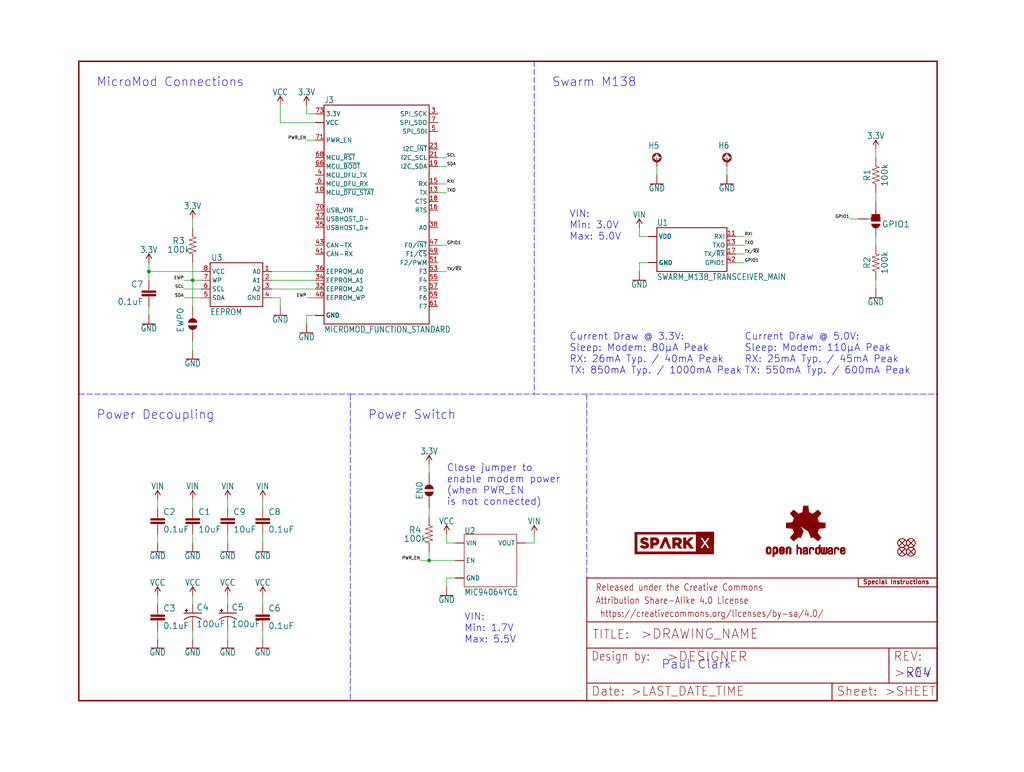
<source format=kicad_sch>
(kicad_sch (version 20211123) (generator eeschema)
  (paper "User" 297.002 223.926)
  (lib_symbols
    (symbol "eagleSchem-eagle-import:0.1UF-0603-25V-5%"
      (property "Reference" "C" (at 1.524 2.921 0))
      (property "Value" "0.1UF-0603-25V-5%" (at 1.524 -2.159 0))
      (symbol "0.1UF-0603-25V-5%_1_0"
        (pin passive line (at 0 5.08 270) (length 2.54) (name "1") (number "1"))
        (pin passive line (at 0 -2.54 90) (length 2.54) (name "2") (number "2"))
      )
    )
    (symbol "eagleSchem-eagle-import:100KOHM-0603-1{slash}10W-1%"
      (property "Reference" "R" (at 0 1.524 0))
      (property "Value" "100KOHM-0603-1{slash}10W-1%" (at 0 -1.524 0))
      (symbol "100KOHM-0603-1{slash}10W-1%_1_0"
        (pin passive line (at -5.08 0 0) (length 2.54) (name "1") (number "1"))
        (pin passive line (at 5.08 0 180) (length 2.54) (name "2") (number "2"))
      )
    )
    (symbol "eagleSchem-eagle-import:100UF-POLAR-EIA3528-10V-20%(TANT)"
      (property "Reference" "C" (at 1.016 0.635 0))
      (property "Value" "100UF-POLAR-EIA3528-10V-20%(TANT)" (at 1.016 -4.191 0))
      (symbol "100UF-POLAR-EIA3528-10V-20%(TANT)_1_0"
        (pin passive line (at 0 2.54 270) (length 2.54) (name "+") (number "A"))
        (pin passive line (at 0 -5.08 90) (length 2.54) (name "-") (number "C"))
      )
    )
    (symbol "eagleSchem-eagle-import:10UF-0603-6.3V-20%"
      (property "Reference" "C" (at 1.524 2.921 0))
      (property "Value" "10UF-0603-6.3V-20%" (at 1.524 -2.159 0))
      (symbol "10UF-0603-6.3V-20%_1_0"
        (pin passive line (at 0 5.08 270) (length 2.54) (name "1") (number "1"))
        (pin passive line (at 0 -2.54 90) (length 2.54) (name "2") (number "2"))
      )
    )
    (symbol "eagleSchem-eagle-import:3.3V" (power)
      (property "Value" "3.3V" (at 0 2.794 0))
      (symbol "3.3V_1_0"
        (pin power_in line (at 0 0 90) (length 2.54) (name "3.3V") (number "1"))
      )
    )
    (symbol "eagleSchem-eagle-import:EEPROM-I2C512K"
      (property "Reference" "U" (at -7.62 8.382 0))
      (property "Value" "EEPROM-I2C512K" (at -7.62 -7.62 0))
      (symbol "EEPROM-I2C512K_1_0"
        (pin bidirectional line (at -10.16 5.08 0) (length 2.54) (name "A0") (number "1"))
        (pin bidirectional line (at -10.16 2.54 0) (length 2.54) (name "A1") (number "2"))
        (pin bidirectional line (at -10.16 0 0) (length 2.54) (name "A2") (number "3"))
        (pin power_in line (at -10.16 -2.54 0) (length 2.54) (name "GND") (number "4"))
        (pin bidirectional line (at 10.16 -2.54 180) (length 2.54) (name "SDA") (number "5"))
        (pin bidirectional line (at 10.16 0 180) (length 2.54) (name "SCL") (number "6"))
        (pin bidirectional line (at 10.16 2.54 180) (length 2.54) (name "WP") (number "7"))
        (pin power_in line (at 10.16 5.08 180) (length 2.54) (name "VCC") (number "8"))
      )
    )
    (symbol "eagleSchem-eagle-import:FIDUCIAL1X2")
    (symbol "eagleSchem-eagle-import:FRAME-LETTER"
      (symbol "FRAME-LETTER_2_0"
        (text " https://creativecommons.org/licenses/by-sa/4.0/" (at 2.54 24.13 0) (effects (font (size 1.9304 1.6408)) (justify left bottom)))
        (text ">DESIGNER" (at 23.114 11.176 0) (effects (font (size 2.7432 2.7432)) (justify left bottom)))
        (text ">DRAWING_NAME" (at 15.494 17.78 0) (effects (font (size 2.7432 2.7432)) (justify left bottom)))
        (text ">LAST_DATE_TIME" (at 12.7 1.27 0) (effects (font (size 2.54 2.54)) (justify left bottom)))
        (text ">REV" (at 88.9 6.604 0) (effects (font (size 2.7432 2.7432)) (justify left bottom)))
        (text ">SHEET" (at 86.36 1.27 0) (effects (font (size 2.54 2.54)) (justify left bottom)))
        (text "Attribution Share-Alike 4.0 License" (at 2.54 27.94 0) (effects (font (size 1.9304 1.6408)) (justify left bottom)))
        (text "Date:" (at 1.27 1.27 0) (effects (font (size 2.54 2.54)) (justify left bottom)))
        (text "Design by:" (at 1.27 11.43 0) (effects (font (size 2.54 2.159)) (justify left bottom)))
        (text "Released under the Creative Commons" (at 2.54 31.75 0) (effects (font (size 1.9304 1.6408)) (justify left bottom)))
        (text "REV:" (at 88.9 11.43 0) (effects (font (size 2.54 2.54)) (justify left bottom)))
        (text "Sheet:" (at 72.39 1.27 0) (effects (font (size 2.54 2.54)) (justify left bottom)))
        (text "TITLE:" (at 1.524 17.78 0) (effects (font (size 2.54 2.54)) (justify left bottom)))
      )
    )
    (symbol "eagleSchem-eagle-import:GND" (power)
      (property "Value" "GND" (at 0 -0.254 0))
      (symbol "GND_1_0"
        (pin power_in line (at 0 2.54 270) (length 2.54) (name "GND") (number "1"))
      )
    )
    (symbol "eagleSchem-eagle-import:JUMPER-SMT_2_NO_SILK"
      (property "Reference" "JP" (at 0 2.794 0))
      (property "Value" "JUMPER-SMT_2_NO_SILK" (at 0 -2.794 0))
      (symbol "JUMPER-SMT_2_NO_SILK_1_0"
        (pin passive line (at -5.08 0 0) (length 2.54) (name "1") (number "1"))
        (pin passive line (at 5.08 0 180) (length 2.54) (name "2") (number "2"))
      )
    )
    (symbol "eagleSchem-eagle-import:JUMPER-SMT_3_1-NC_TRACE_SILK"
      (property "Reference" "JP" (at 5.842 1.524 0))
      (property "Value" "JUMPER-SMT_3_1-NC_TRACE_SILK" (at 6.604 -1.27 0))
      (symbol "JUMPER-SMT_3_1-NC_TRACE_SILK_1_0"
        (pin passive line (at 0 5.08 270) (length 2.54) (name "1") (number "1"))
        (pin passive line (at -5.08 0 0) (length 2.54) (name "2") (number "2"))
        (pin passive line (at 0 -5.08 90) (length 2.54) (name "3") (number "3"))
      )
    )
    (symbol "eagleSchem-eagle-import:MIC94064{slash}5_MIC94064YC6"
      (property "Value" "MIC94064{slash}5_MIC94064YC6" (at -7.62 -10.16 0))
      (symbol "MIC94064{slash}5_MIC94064YC6_1_0"
        (pin power_in line (at 10.16 5.08 180) (length 2.54) (name "VOUT") (number "1"))
        (pin power_in line (at -10.16 -5.08 0) (length 2.54) (name "GND") (number "2"))
        (pin input line (at -10.16 0 0) (length 2.54) (name "EN") (number "3"))
        (pin power_in line (at -10.16 5.08 0) (length 2.54) (name "VIN") (number "4"))
        (pin power_in line (at -10.16 -5.08 0) (length 2.54) (name "GND") (number "5"))
      )
    )
    (symbol "eagleSchem-eagle-import:MICROMOD_FUNCTION_STANDARD"
      (property "Reference" "J" (at -15.24 28.448 0))
      (property "Value" "MICROMOD_FUNCTION_STANDARD" (at -15.24 -38.1 0))
      (symbol "MICROMOD_FUNCTION_STANDARD_1_0"
        (pin bidirectional line (at -17.78 -33.02 0) (length 2.54) (name "GND") (number "1"))
        (pin bidirectional line (at -17.78 2.54 0) (length 2.54) (name "MCU_~{DFU_STAT}") (number "10"))
        (pin bidirectional line (at 17.78 2.54 180) (length 2.54) (name "TX") (number "13"))
        (pin bidirectional line (at 17.78 5.08 180) (length 2.54) (name "RX") (number "15"))
        (pin bidirectional line (at 17.78 -2.54 180) (length 2.54) (name "RTS") (number "16"))
        (pin bidirectional line (at 17.78 0 180) (length 2.54) (name "CTS") (number "18"))
        (pin bidirectional line (at 17.78 10.16 180) (length 2.54) (name "I2C_SDA") (number "19"))
        (pin bidirectional line (at -17.78 -33.02 0) (length 2.54) (name "GND") (number "2"))
        (pin bidirectional line (at 17.78 12.7 180) (length 2.54) (name "I2C_SCL") (number "21"))
        (pin bidirectional line (at 17.78 15.24 180) (length 2.54) (name "I2C_~{INT}") (number "23"))
        (pin bidirectional line (at 17.78 25.4 180) (length 2.54) (name "SPI_SCK") (number "3"))
        (pin bidirectional line (at -17.78 -25.4 0) (length 2.54) (name "EEPROM_A2") (number "32"))
        (pin bidirectional line (at -17.78 -33.02 0) (length 2.54) (name "GND") (number "33"))
        (pin bidirectional line (at -17.78 -22.86 0) (length 2.54) (name "EEPROM_A1") (number "34"))
        (pin bidirectional line (at -17.78 -7.62 0) (length 2.54) (name "USBHOST_D+") (number "35"))
        (pin bidirectional line (at -17.78 -20.32 0) (length 2.54) (name "EEPROM_A0") (number "36"))
        (pin bidirectional line (at -17.78 -5.08 0) (length 2.54) (name "USBHOST_D-") (number "37"))
        (pin bidirectional line (at 17.78 -7.62 180) (length 2.54) (name "A0") (number "38"))
        (pin bidirectional line (at -17.78 -33.02 0) (length 2.54) (name "GND") (number "39"))
        (pin bidirectional line (at -17.78 7.62 0) (length 2.54) (name "MCU_DFU_TX") (number "4"))
        (pin bidirectional line (at -17.78 -27.94 0) (length 2.54) (name "EEPROM_WP") (number "40"))
        (pin bidirectional line (at -17.78 -15.24 0) (length 2.54) (name "CAN-RX") (number "41"))
        (pin bidirectional line (at -17.78 -12.7 0) (length 2.54) (name "CAN-TX") (number "43"))
        (pin bidirectional line (at -17.78 -33.02 0) (length 2.54) (name "GND") (number "45"))
        (pin bidirectional line (at 17.78 -12.7 180) (length 2.54) (name "F0/~{INT}") (number "47"))
        (pin bidirectional line (at 17.78 -15.24 180) (length 2.54) (name "F1/~{CS}") (number "49"))
        (pin bidirectional line (at 17.78 20.32 180) (length 2.54) (name "SPI_SDI") (number "5"))
        (pin bidirectional line (at 17.78 -17.78 180) (length 2.54) (name "F2/PWM") (number "51"))
        (pin bidirectional line (at 17.78 -20.32 180) (length 2.54) (name "F3") (number "53"))
        (pin bidirectional line (at 17.78 -22.86 180) (length 2.54) (name "F4") (number "55"))
        (pin bidirectional line (at 17.78 -25.4 180) (length 2.54) (name "F5") (number "57"))
        (pin bidirectional line (at 17.78 -27.94 180) (length 2.54) (name "F6") (number "59"))
        (pin bidirectional line (at -17.78 5.08 0) (length 2.54) (name "MCU_DFU_RX") (number "6"))
        (pin bidirectional line (at 17.78 -30.48 180) (length 2.54) (name "F7") (number "61"))
        (pin bidirectional line (at -17.78 10.16 0) (length 2.54) (name "MCU_~{BOOT}") (number "66"))
        (pin bidirectional line (at -17.78 12.7 0) (length 2.54) (name "MCU_~{RST}") (number "68"))
        (pin bidirectional line (at 17.78 22.86 180) (length 2.54) (name "SPI_SDO") (number "7"))
        (pin bidirectional line (at -17.78 -2.54 0) (length 2.54) (name "USB_VIN") (number "70"))
        (pin bidirectional line (at -17.78 17.78 0) (length 2.54) (name "PWR_EN") (number "71"))
        (pin bidirectional line (at -17.78 22.86 0) (length 2.54) (name "VCC") (number "72"))
        (pin bidirectional line (at -17.78 25.4 0) (length 2.54) (name "3.3V") (number "73"))
        (pin bidirectional line (at -17.78 22.86 0) (length 2.54) (name "VCC") (number "74"))
        (pin bidirectional line (at -17.78 -33.02 0) (length 2.54) (name "GND") (number "75"))
        (pin bidirectional line (at -17.78 -33.02 0) (length 2.54) (name "GND") (number "8"))
        (pin bidirectional line (at -17.78 -33.02 0) (length 2.54) (name "GND") (number "GND1"))
        (pin bidirectional line (at -17.78 -33.02 0) (length 2.54) (name "GND") (number "GND2"))
        (pin bidirectional line (at -17.78 -33.02 0) (length 2.54) (name "GND") (number "GND3"))
        (pin bidirectional line (at -17.78 -33.02 0) (length 2.54) (name "GND") (number "GND4"))
        (pin bidirectional line (at -17.78 -33.02 0) (length 2.54) (name "GND") (number "GND5"))
        (pin bidirectional line (at -17.78 -33.02 0) (length 2.54) (name "GND") (number "GND6"))
      )
    )
    (symbol "eagleSchem-eagle-import:OSHW-LOGOS")
    (symbol "eagleSchem-eagle-import:SPARKX-LOGO5")
    (symbol "eagleSchem-eagle-import:SPECIAL_INSTRUCTIONS-ORDERING"
      (symbol "SPECIAL_INSTRUCTIONS-ORDERING_1_0"
        (text "Special Instructions" (at 1.27 0.6985 0) (effects (font (size 1.27 1.27) (thickness 0.254) bold) (justify left bottom)))
      )
    )
    (symbol "eagleSchem-eagle-import:STAND-OFF-REFLOW-M2.5_1.5MM_TALL"
      (property "Reference" "H" (at -2.54 2.54 0))
      (property "Value" "STAND-OFF-REFLOW-M2.5_1.5MM_TALL" (at 2.54 0 0))
      (symbol "STAND-OFF-REFLOW-M2.5_1.5MM_TALL_1_0"
        (pin bidirectional line (at 0 -2.54 90) (length 2.54) (name "1") (number "1"))
      )
    )
    (symbol "eagleSchem-eagle-import:SWARM_M138_TRANSCEIVER_MAIN"
      (property "Reference" "U" (at -10.16 8.128 0))
      (property "Value" "SWARM_M138_TRANSCEIVER_MAIN" (at -10.16 -7.62 0))
      (symbol "SWARM_M138_TRANSCEIVER_MAIN_1_0"
        (pin input line (at 12.7 5.08 180) (length 2.54) (name "RXI") (number "11"))
        (pin output line (at 12.7 2.54 180) (length 2.54) (name "TXO") (number "13"))
        (pin power_in line (at -12.7 -2.54 0) (length 2.54) (name "GND") (number "15"))
        (pin output line (at 12.7 0 180) (length 2.54) (name "TX/~{RX}") (number "17"))
        (pin power_in line (at -12.7 -2.54 0) (length 2.54) (name "GND") (number "18"))
        (pin power_in line (at -12.7 5.08 0) (length 2.54) (name "VDD") (number "2"))
        (pin power_in line (at -12.7 -2.54 0) (length 2.54) (name "GND") (number "21"))
        (pin power_in line (at -12.7 -2.54 0) (length 2.54) (name "GND") (number "26"))
        (pin power_in line (at -12.7 -2.54 0) (length 2.54) (name "GND") (number "27"))
        (pin power_in line (at -12.7 -2.54 0) (length 2.54) (name "GND") (number "29"))
        (pin power_in line (at -12.7 -2.54 0) (length 2.54) (name "GND") (number "34"))
        (pin power_in line (at -12.7 -2.54 0) (length 2.54) (name "GND") (number "35"))
        (pin power_in line (at -12.7 -2.54 0) (length 2.54) (name "GND") (number "37"))
        (pin power_in line (at -12.7 5.08 0) (length 2.54) (name "VDD") (number "39"))
        (pin power_in line (at -12.7 -2.54 0) (length 2.54) (name "GND") (number "4"))
        (pin power_in line (at -12.7 -2.54 0) (length 2.54) (name "GND") (number "40"))
        (pin power_in line (at -12.7 5.08 0) (length 2.54) (name "VDD") (number "41"))
        (pin bidirectional line (at 12.7 -2.54 180) (length 2.54) (name "GPIO1") (number "42"))
        (pin power_in line (at -12.7 -2.54 0) (length 2.54) (name "GND") (number "43"))
        (pin power_in line (at -12.7 -2.54 0) (length 2.54) (name "GND") (number "50"))
        (pin power_in line (at -12.7 5.08 0) (length 2.54) (name "VDD") (number "52"))
        (pin power_in line (at -12.7 -2.54 0) (length 2.54) (name "GND") (number "9"))
        (pin power_in line (at -12.7 -2.54 0) (length 2.54) (name "GND") (number "A1"))
        (pin power_in line (at -12.7 -2.54 0) (length 2.54) (name "GND") (number "A2"))
      )
    )
    (symbol "eagleSchem-eagle-import:VCC" (power)
      (property "Value" "VCC" (at 0 2.794 0))
      (symbol "VCC_1_0"
        (pin power_in line (at 0 0 90) (length 2.54) (name "VCC") (number "1"))
      )
    )
    (symbol "eagleSchem-eagle-import:VIN" (power)
      (property "Value" "VIN" (at 0 2.794 0))
      (symbol "VIN_1_0"
        (pin power_in line (at 0 0 90) (length 2.54) (name "VIN") (number "1"))
      )
    )
  )
  (junction (at 124.46 162.56))
  (junction (at 43.18 78.74))
  (junction (at 55.88 81.28))
  (wire (pts (xy 81.28 86.36) (xy 81.28 88.9)))
  (wire (pts (xy 124.46 162.56) (xy 121.92 162.56)))
  (wire (pts (xy 45.72 182.88) (xy 45.72 185.42)))
  (wire (pts (xy 124.46 160.02) (xy 124.46 162.56)))
  (wire (pts (xy 124.46 149.86) (xy 124.46 147.32)))
  (polyline (pts (xy 154.94 114.3) (xy 271.78 114.3)))
  (wire (pts (xy 254 58.42) (xy 254 55.88)))
  (wire (pts (xy 129.54 78.74) (xy 127 78.74)))
  (wire (pts (xy 76.2 185.42) (xy 76.2 182.88)))
  (wire (pts (xy 187.96 68.58) (xy 185.42 68.58)))
  (wire (pts (xy 213.36 76.2) (xy 215.9 76.2)))
  (wire (pts (xy 88.9 33.02) (xy 88.9 30.48)))
  (wire (pts (xy 129.54 71.12) (xy 127 71.12)))
  (wire (pts (xy 45.72 147.32) (xy 45.72 144.78)))
  (wire (pts (xy 210.82 48.26) (xy 210.82 50.8)))
  (wire (pts (xy 254 45.72) (xy 254 43.18)))
  (polyline (pts (xy 22.86 114.3) (xy 101.6 114.3)))
  (wire (pts (xy 129.54 53.34) (xy 127 53.34)))
  (wire (pts (xy 132.08 162.56) (xy 124.46 162.56)))
  (wire (pts (xy 91.44 35.56) (xy 81.28 35.56)))
  (wire (pts (xy 213.36 71.12) (xy 215.9 71.12)))
  (wire (pts (xy 43.18 91.44) (xy 43.18 88.9)))
  (wire (pts (xy 66.04 157.48) (xy 66.04 154.94)))
  (wire (pts (xy 91.44 91.44) (xy 88.9 91.44)))
  (wire (pts (xy 55.88 76.2) (xy 55.88 81.28)))
  (wire (pts (xy 154.94 157.48) (xy 154.94 154.94)))
  (wire (pts (xy 254 81.28) (xy 254 83.82)))
  (wire (pts (xy 58.42 83.82) (xy 53.34 83.82)))
  (wire (pts (xy 55.88 157.48) (xy 55.88 154.94)))
  (wire (pts (xy 78.74 83.82) (xy 91.44 83.82)))
  (wire (pts (xy 55.88 185.42) (xy 55.88 182.88)))
  (wire (pts (xy 213.36 73.66) (xy 215.9 73.66)))
  (wire (pts (xy 78.74 86.36) (xy 81.28 86.36)))
  (wire (pts (xy 129.54 48.26) (xy 127 48.26)))
  (wire (pts (xy 66.04 175.26) (xy 66.04 172.72)))
  (wire (pts (xy 129.54 157.48) (xy 132.08 157.48)))
  (wire (pts (xy 66.04 147.32) (xy 66.04 144.78)))
  (wire (pts (xy 45.72 175.26) (xy 45.72 172.72)))
  (wire (pts (xy 129.54 55.88) (xy 127 55.88)))
  (wire (pts (xy 66.04 182.88) (xy 66.04 185.42)))
  (wire (pts (xy 88.9 91.44) (xy 88.9 93.98)))
  (wire (pts (xy 185.42 76.2) (xy 185.42 78.74)))
  (wire (pts (xy 58.42 86.36) (xy 53.34 86.36)))
  (wire (pts (xy 55.88 88.9) (xy 55.88 81.28)))
  (wire (pts (xy 91.44 86.36) (xy 88.9 86.36)))
  (wire (pts (xy 132.08 167.64) (xy 129.54 167.64)))
  (wire (pts (xy 129.54 45.72) (xy 127 45.72)))
  (wire (pts (xy 124.46 137.16) (xy 124.46 134.62)))
  (wire (pts (xy 91.44 33.02) (xy 88.9 33.02)))
  (wire (pts (xy 45.72 157.48) (xy 45.72 154.94)))
  (polyline (pts (xy 170.18 114.3) (xy 170.18 167.64)))
  (polyline (pts (xy 101.6 114.3) (xy 101.6 203.2)))
  (wire (pts (xy 43.18 81.28) (xy 43.18 78.74)))
  (wire (pts (xy 254 68.58) (xy 254 71.12)))
  (wire (pts (xy 55.88 63.5) (xy 55.88 66.04)))
  (wire (pts (xy 187.96 76.2) (xy 185.42 76.2)))
  (wire (pts (xy 55.88 147.32) (xy 55.88 144.78)))
  (wire (pts (xy 43.18 78.74) (xy 58.42 78.74)))
  (wire (pts (xy 190.5 48.26) (xy 190.5 50.8)))
  (wire (pts (xy 55.88 81.28) (xy 53.34 81.28)))
  (wire (pts (xy 185.42 68.58) (xy 185.42 66.04)))
  (wire (pts (xy 81.28 35.56) (xy 81.28 30.48)))
  (wire (pts (xy 213.36 68.58) (xy 215.9 68.58)))
  (wire (pts (xy 76.2 147.32) (xy 76.2 144.78)))
  (wire (pts (xy 248.92 63.5) (xy 246.38 63.5)))
  (polyline (pts (xy 154.94 17.78) (xy 154.94 114.3)))
  (wire (pts (xy 55.88 101.6) (xy 55.88 99.06)))
  (wire (pts (xy 129.54 167.64) (xy 129.54 170.18)))
  (polyline (pts (xy 101.6 114.3) (xy 154.94 114.3)))
  (wire (pts (xy 78.74 81.28) (xy 91.44 81.28)))
  (wire (pts (xy 43.18 78.74) (xy 43.18 76.2)))
  (wire (pts (xy 58.42 81.28) (xy 55.88 81.28)))
  (wire (pts (xy 76.2 175.26) (xy 76.2 172.72)))
  (wire (pts (xy 152.4 157.48) (xy 154.94 157.48)))
  (wire (pts (xy 78.74 78.74) (xy 91.44 78.74)))
  (wire (pts (xy 55.88 172.72) (xy 55.88 175.26)))
  (wire (pts (xy 91.44 40.64) (xy 88.9 40.64)))
  (wire (pts (xy 76.2 157.48) (xy 76.2 154.94)))
  (wire (pts (xy 129.54 154.94) (xy 129.54 157.48)))
  (text "Power Switch" (at 106.68 121.92 180) (effects (font (size 2.54 2.54)) (justify left bottom)))
  (text "Paul Clark" (at 191.77 194.31 180) (effects (font (size 2.54 2.54)) (justify left bottom)))
  (text "Power Decoupling" (at 27.94 121.92 180) (effects (font (size 2.54 2.54)) (justify left bottom)))
  (text "VIN:\nMin: 1.7V\nMax: 5.5V" (at 134.62 177.8 180) (effects (font (size 2.032 2.032)) (justify left top)))
  (text "Close jumper to\nenable modem power\n(when PWR_EN\nis not connected)" (at 129.54 134.62 180) (effects (font (size 2.032 2.032)) (justify left top)))
  (text "VIN:\nMin: 3.0V\nMax: 5.0V" (at 165.1 60.96 180) (effects (font (size 2.032 2.032)) (justify left top)))
  (text "Current Draw @ 3.3V:\nSleep: Modem: 80µA Peak\nRX: 26mA Typ. / 40mA Peak\nTX: 850mA Typ. / 1000mA Peak" (at 165.1 96.52 180) (effects (font (size 2.032 2.032)) (justify left top)))
  (text "Current Draw @ 5.0V:\nSleep: Modem: 110µA Peak\nRX: 25mA Typ. / 45mA Peak\nTX: 550mA Typ. / 600mA Peak" (at 215.9 96.52 180) (effects (font (size 2.032 2.032)) (justify left top)))
  (text "Swarm M138" (at 160.02 25.4 180) (effects (font (size 2.54 2.54)) (justify left bottom)))
  (text "MicroMod Connections" (at 27.94 25.4 180) (effects (font (size 2.54 2.54)) (justify left bottom)))
  (text "x04" (at 262.89 196.85 180) (effects (font (size 2.54 2.54)) (justify left bottom)))
  (label "PWR_EN" (at 88.9 40.64 180) (effects (font (size 0.889 0.889))))
  (label "GPIO1" (at 129.54 71.12 0) (effects (font (size 0.889 0.889))))
  (label "EWP" (at 88.9 86.36 180) (effects (font (size 0.889 0.889))))
  (label "SCL" (at 53.34 83.82 180) (effects (font (size 0.889 0.889))))
  (label "SDA" (at 53.34 86.36 180) (effects (font (size 0.889 0.889))))
  (label "TXO" (at 215.9 71.12 0) (effects (font (size 0.889 0.889))))
  (label "SCL" (at 129.54 45.72 0) (effects (font (size 0.889 0.889))))
  (label "TXO" (at 129.54 55.88 0) (effects (font (size 0.889 0.889))))
  (label "TX/~{RX}" (at 129.54 78.74 0) (effects (font (size 0.889 0.889))))
  (label "RXI" (at 129.54 53.34 0) (effects (font (size 0.889 0.889))))
  (label "GPIO1" (at 246.38 63.5 180) (effects (font (size 0.889 0.889))))
  (label "SDA" (at 129.54 48.26 0) (effects (font (size 0.889 0.889))))
  (label "EWP" (at 53.34 81.28 180) (effects (font (size 0.889 0.889))))
  (label "RXI" (at 215.9 68.58 0) (effects (font (size 0.889 0.889))))
  (label "GPIO1" (at 215.9 76.2 0) (effects (font (size 0.889 0.889))))
  (label "PWR_EN" (at 121.92 162.56 180) (effects (font (size 0.889 0.889))))
  (label "TX/~{RX}" (at 215.9 73.66 0) (effects (font (size 0.889 0.889))))
  (symbol (lib_id "eagleSchem-eagle-import:SWARM_M138_TRANSCEIVER_MAIN") (at 200.66 73.66 0) (unit 1)
    (property "Reference" "U1" (at 190.5 65.532 0) (effects (font (size 1.778 1.5113)) (justify left bottom)))
    (property "Value" "SWARM_M138_TRANSCEIVER_MAIN" (at 190.5 81.28 0) (effects (font (size 1.778 1.5113)) (justify left bottom)))
    (property "Footprint" "eagleSchem:M.2-SWARM-M138-A" (effects hide))
  )
  (symbol (lib_id "eagleSchem-eagle-import:10UF-0603-6.3V-20%") (at 55.88 152.4 0) (unit 1)
    (property "Reference" "C1" (at 57.404 149.479 0) (effects (font (size 1.778 1.778)) (justify left bottom)))
    (property "Value" "10uF" (at 57.404 154.559 0) (effects (font (size 1.778 1.778)) (justify left bottom)))
    (property "Footprint" "eagleSchem:0603" (effects hide))
  )
  (symbol (lib_id "eagleSchem-eagle-import:VCC") (at 66.04 172.72 0) (unit 1)
    (property "Reference" "#SUPPLY10" (effects hide))
    (property "Value" "VCC" (at 66.04 169.926 0) (effects (font (size 1.778 1.5113)) (justify bottom)))
    (property "Footprint" "eagleSchem:" (effects hide))
  )
  (symbol (lib_id "eagleSchem-eagle-import:GND") (at 210.82 53.34 0) (unit 1)
    (property "Reference" "#GND25" (effects hide))
    (property "Value" "GND" (at 210.82 53.594 0) (effects (font (size 1.778 1.5113)) (justify top)))
    (property "Footprint" "eagleSchem:" (effects hide))
  )
  (symbol (lib_id "eagleSchem-eagle-import:GND") (at 76.2 160.02 0) (unit 1)
    (property "Reference" "#GND7" (effects hide))
    (property "Value" "GND" (at 76.2 160.274 0) (effects (font (size 1.778 1.5113)) (justify top)))
    (property "Footprint" "eagleSchem:" (effects hide))
  )
  (symbol (lib_id "eagleSchem-eagle-import:VIN") (at 55.88 144.78 0) (unit 1)
    (property "Reference" "#SUPPLY7" (effects hide))
    (property "Value" "VIN" (at 55.88 141.986 0) (effects (font (size 1.778 1.5113)) (justify bottom)))
    (property "Footprint" "eagleSchem:" (effects hide))
  )
  (symbol (lib_id "eagleSchem-eagle-import:100KOHM-0603-1{slash}10W-1%") (at 254 76.2 90) (unit 1)
    (property "Reference" "R2" (at 252.476 76.2 0) (effects (font (size 1.778 1.778)) (justify bottom)))
    (property "Value" "100k" (at 255.524 76.2 0) (effects (font (size 1.778 1.778)) (justify top)))
    (property "Footprint" "eagleSchem:0603" (effects hide))
  )
  (symbol (lib_id "eagleSchem-eagle-import:VIN") (at 66.04 144.78 0) (unit 1)
    (property "Reference" "#SUPPLY11" (effects hide))
    (property "Value" "VIN" (at 66.04 141.986 0) (effects (font (size 1.778 1.5113)) (justify bottom)))
    (property "Footprint" "eagleSchem:" (effects hide))
  )
  (symbol (lib_id "eagleSchem-eagle-import:VCC") (at 55.88 172.72 0) (unit 1)
    (property "Reference" "#SUPPLY9" (effects hide))
    (property "Value" "VCC" (at 55.88 169.926 0) (effects (font (size 1.778 1.5113)) (justify bottom)))
    (property "Footprint" "eagleSchem:" (effects hide))
  )
  (symbol (lib_id "eagleSchem-eagle-import:GND") (at 55.88 104.14 0) (unit 1)
    (property "Reference" "#GND2" (effects hide))
    (property "Value" "GND" (at 55.88 104.394 0) (effects (font (size 1.778 1.5113)) (justify top)))
    (property "Footprint" "eagleSchem:" (effects hide))
  )
  (symbol (lib_id "eagleSchem-eagle-import:MIC94064{slash}5_MIC94064YC6") (at 142.24 162.56 0) (unit 1)
    (property "Reference" "U2" (at 134.62 154.94 0) (effects (font (size 1.778 1.5113)) (justify left bottom)))
    (property "Value" "MIC94064YC6" (at 134.62 172.72 0) (effects (font (size 1.778 1.5113)) (justify left bottom)))
    (property "Footprint" "eagleSchem:SC-70-6" (effects hide))
  )
  (symbol (lib_id "eagleSchem-eagle-import:GND") (at 43.18 93.98 0) (unit 1)
    (property "Reference" "#GND3" (effects hide))
    (property "Value" "GND" (at 43.18 94.234 0) (effects (font (size 1.778 1.5113)) (justify top)))
    (property "Footprint" "eagleSchem:" (effects hide))
  )
  (symbol (lib_id "eagleSchem-eagle-import:0.1UF-0603-25V-5%") (at 45.72 152.4 0) (unit 1)
    (property "Reference" "C2" (at 47.244 149.479 0) (effects (font (size 1.778 1.778)) (justify left bottom)))
    (property "Value" "0.1uF" (at 47.244 154.559 0) (effects (font (size 1.778 1.778)) (justify left bottom)))
    (property "Footprint" "eagleSchem:0603" (effects hide))
  )
  (symbol (lib_id "eagleSchem-eagle-import:100KOHM-0603-1{slash}10W-1%") (at 124.46 154.94 270) (unit 1)
    (property "Reference" "R4" (at 120.396 154.686 90) (effects (font (size 1.778 1.778)) (justify bottom)))
    (property "Value" "100k" (at 120.396 157.226 90) (effects (font (size 1.778 1.778)) (justify bottom)))
    (property "Footprint" "eagleSchem:0603" (effects hide))
  )
  (symbol (lib_id "eagleSchem-eagle-import:JUMPER-SMT_2_NO_SILK") (at 124.46 142.24 90) (unit 1)
    (property "Reference" "EN0" (at 121.666 142.24 0) (effects (font (size 1.778 1.778))))
    (property "Value" "JUMPER-SMT_2_NO_SILK" (effects hide))
    (property "Footprint" "eagleSchem:SMT-JUMPER_2_NO_SILK" (effects hide))
  )
  (symbol (lib_id "eagleSchem-eagle-import:3.3V") (at 88.9 30.48 0) (unit 1)
    (property "Reference" "#SUPPLY6" (effects hide))
    (property "Value" "3.3V" (at 88.9 27.686 0) (effects (font (size 1.778 1.5113)) (justify bottom)))
    (property "Footprint" "eagleSchem:" (effects hide))
  )
  (symbol (lib_id "eagleSchem-eagle-import:100UF-POLAR-EIA3528-10V-20%(TANT)") (at 66.04 177.8 0) (unit 1)
    (property "Reference" "C5" (at 67.056 177.165 0) (effects (font (size 1.778 1.778)) (justify left bottom)))
    (property "Value" "100uF" (at 67.056 181.991 0) (effects (font (size 1.778 1.778)) (justify left bottom)))
    (property "Footprint" "eagleSchem:EIA3528" (effects hide))
  )
  (symbol (lib_id "eagleSchem-eagle-import:VIN") (at 76.2 144.78 0) (unit 1)
    (property "Reference" "#SUPPLY8" (effects hide))
    (property "Value" "VIN" (at 76.2 141.986 0) (effects (font (size 1.778 1.5113)) (justify bottom)))
    (property "Footprint" "eagleSchem:" (effects hide))
  )
  (symbol (lib_id "eagleSchem-eagle-import:FIDUCIAL1X2") (at 264.16 157.48 0) (unit 1)
    (property "Reference" "FD1" (effects hide))
    (property "Value" "FIDUCIAL1X2" (effects hide))
    (property "Footprint" "eagleSchem:FIDUCIAL-1X2" (effects hide))
  )
  (symbol (lib_id "eagleSchem-eagle-import:FIDUCIAL1X2") (at 261.62 160.02 0) (unit 1)
    (property "Reference" "FD3" (effects hide))
    (property "Value" "FIDUCIAL1X2" (effects hide))
    (property "Footprint" "eagleSchem:FIDUCIAL-1X2" (effects hide))
  )
  (symbol (lib_id "eagleSchem-eagle-import:VIN") (at 154.94 154.94 0) (unit 1)
    (property "Reference" "#SUPPLY1" (effects hide))
    (property "Value" "VIN" (at 154.94 152.146 0) (effects (font (size 1.778 1.5113)) (justify bottom)))
    (property "Footprint" "eagleSchem:" (effects hide))
  )
  (symbol (lib_id "eagleSchem-eagle-import:100KOHM-0603-1{slash}10W-1%") (at 55.88 71.12 270) (unit 1)
    (property "Reference" "R3" (at 51.816 70.866 90) (effects (font (size 1.778 1.778)) (justify bottom)))
    (property "Value" "100k" (at 51.816 73.406 90) (effects (font (size 1.778 1.778)) (justify bottom)))
    (property "Footprint" "eagleSchem:0603" (effects hide))
  )
  (symbol (lib_id "eagleSchem-eagle-import:3.3V") (at 124.46 134.62 0) (unit 1)
    (property "Reference" "#SUPPLY13" (effects hide))
    (property "Value" "3.3V" (at 124.46 131.826 0) (effects (font (size 1.778 1.5113)) (justify bottom)))
    (property "Footprint" "eagleSchem:" (effects hide))
  )
  (symbol (lib_id "eagleSchem-eagle-import:GND") (at 66.04 187.96 0) (unit 1)
    (property "Reference" "#GND9" (effects hide))
    (property "Value" "GND" (at 66.04 188.214 0) (effects (font (size 1.778 1.5113)) (justify top)))
    (property "Footprint" "eagleSchem:" (effects hide))
  )
  (symbol (lib_id "eagleSchem-eagle-import:JUMPER-SMT_3_1-NC_TRACE_SILK") (at 254 63.5 0) (mirror x) (unit 1)
    (property "Reference" "GPIO1" (at 259.842 65.024 0) (effects (font (size 1.778 1.778))))
    (property "Value" "JUMPER-SMT_3_1-NC_TRACE_SILK" (effects hide))
    (property "Footprint" "eagleSchem:SMT-JUMPER_3_1-NC_TRACE_SILK" (effects hide))
  )
  (symbol (lib_id "eagleSchem-eagle-import:3.3V") (at 55.88 63.5 0) (unit 1)
    (property "Reference" "#SUPPLY5" (effects hide))
    (property "Value" "3.3V" (at 55.88 60.706 0) (effects (font (size 1.778 1.5113)) (justify bottom)))
    (property "Footprint" "eagleSchem:" (effects hide))
  )
  (symbol (lib_id "eagleSchem-eagle-import:GND") (at 88.9 96.52 0) (unit 1)
    (property "Reference" "#GND4" (effects hide))
    (property "Value" "GND" (at 88.9 96.774 0) (effects (font (size 1.778 1.5113)) (justify top)))
    (property "Footprint" "eagleSchem:" (effects hide))
  )
  (symbol (lib_id "eagleSchem-eagle-import:0.1UF-0603-25V-5%") (at 76.2 180.34 0) (unit 1)
    (property "Reference" "C6" (at 77.724 177.419 0) (effects (font (size 1.778 1.778)) (justify left bottom)))
    (property "Value" "0.1uF" (at 77.724 182.499 0) (effects (font (size 1.778 1.778)) (justify left bottom)))
    (property "Footprint" "eagleSchem:0603" (effects hide))
  )
  (symbol (lib_id "eagleSchem-eagle-import:GND") (at 45.72 160.02 0) (unit 1)
    (property "Reference" "#GND20" (effects hide))
    (property "Value" "GND" (at 45.72 160.274 0) (effects (font (size 1.778 1.5113)) (justify top)))
    (property "Footprint" "eagleSchem:" (effects hide))
  )
  (symbol (lib_id "eagleSchem-eagle-import:FRAME-LETTER") (at 170.18 203.2 0) (unit 2)
    (property "Reference" "FRAME1" (effects hide))
    (property "Value" "FRAME-LETTER" (effects hide))
    (property "Footprint" "eagleSchem:CREATIVE_COMMONS" (effects hide))
  )
  (symbol (lib_id "eagleSchem-eagle-import:VCC") (at 81.28 30.48 0) (unit 1)
    (property "Reference" "#SUPPLY3" (effects hide))
    (property "Value" "VCC" (at 81.28 27.686 0) (effects (font (size 1.778 1.5113)) (justify bottom)))
    (property "Footprint" "eagleSchem:" (effects hide))
  )
  (symbol (lib_id "eagleSchem-eagle-import:GND") (at 129.54 172.72 0) (unit 1)
    (property "Reference" "#GND5" (effects hide))
    (property "Value" "GND" (at 129.54 172.974 0) (effects (font (size 1.778 1.5113)) (justify top)))
    (property "Footprint" "eagleSchem:" (effects hide))
  )
  (symbol (lib_id "eagleSchem-eagle-import:10UF-0603-6.3V-20%") (at 66.04 152.4 0) (unit 1)
    (property "Reference" "C9" (at 67.564 149.479 0) (effects (font (size 1.778 1.778)) (justify left bottom)))
    (property "Value" "10uF" (at 67.564 154.559 0) (effects (font (size 1.778 1.778)) (justify left bottom)))
    (property "Footprint" "eagleSchem:0603" (effects hide))
  )
  (symbol (lib_id "eagleSchem-eagle-import:3.3V") (at 43.18 76.2 0) (unit 1)
    (property "Reference" "#SUPPLY4" (effects hide))
    (property "Value" "3.3V" (at 43.18 73.406 0) (effects (font (size 1.778 1.5113)) (justify bottom)))
    (property "Footprint" "eagleSchem:" (effects hide))
  )
  (symbol (lib_id "eagleSchem-eagle-import:0.1UF-0603-25V-5%") (at 45.72 180.34 0) (unit 1)
    (property "Reference" "C3" (at 47.244 177.419 0) (effects (font (size 1.778 1.778)) (justify left bottom)))
    (property "Value" "0.1uF" (at 47.244 182.499 0) (effects (font (size 1.778 1.778)) (justify left bottom)))
    (property "Footprint" "eagleSchem:0603" (effects hide))
  )
  (symbol (lib_id "eagleSchem-eagle-import:SPECIAL_INSTRUCTIONS-ORDERING") (at 248.92 170.18 0) (unit 1)
    (property "Reference" "LOGO1" (effects hide))
    (property "Value" "SPECIAL_INSTRUCTIONS-ORDERING" (effects hide))
    (property "Footprint" "eagleSchem:ORDERING_INSTRUCTIONS" (effects hide))
  )
  (symbol (lib_id "eagleSchem-eagle-import:SPARKX-LOGO5") (at 195.58 157.48 0) (unit 1)
    (property "Reference" "U$1" (effects hide))
    (property "Value" "SPARKX-LOGO5" (effects hide))
    (property "Footprint" "eagleSchem:SPARKX-LARGE" (effects hide))
  )
  (symbol (lib_id "eagleSchem-eagle-import:JUMPER-SMT_2_NO_SILK") (at 55.88 93.98 90) (unit 1)
    (property "Reference" "EWP0" (at 53.34 96.52 0) (effects (font (size 1.778 1.778)) (justify left bottom)))
    (property "Value" "JUMPER-SMT_2_NO_SILK" (effects hide))
    (property "Footprint" "eagleSchem:SMT-JUMPER_2_NO_SILK" (effects hide))
  )
  (symbol (lib_id "eagleSchem-eagle-import:STAND-OFF-REFLOW-M2.5_1.5MM_TALL") (at 210.82 45.72 0) (unit 1)
    (property "Reference" "H6" (at 208.28 43.18 0) (effects (font (size 1.778 1.5113)) (justify left bottom)))
    (property "Value" "STAND-OFF-REFLOW-M2.5_1.5MM_TALL" (effects hide))
    (property "Footprint" "eagleSchem:STAND-OFF-REFLOW-M2.5" (effects hide))
  )
  (symbol (lib_id "eagleSchem-eagle-import:GND") (at 76.2 187.96 0) (unit 1)
    (property "Reference" "#GND11" (effects hide))
    (property "Value" "GND" (at 76.2 188.214 0) (effects (font (size 1.778 1.5113)) (justify top)))
    (property "Footprint" "eagleSchem:" (effects hide))
  )
  (symbol (lib_id "eagleSchem-eagle-import:STAND-OFF-REFLOW-M2.5_1.5MM_TALL") (at 190.5 45.72 0) (unit 1)
    (property "Reference" "H5" (at 187.96 43.18 0) (effects (font (size 1.778 1.5113)) (justify left bottom)))
    (property "Value" "STAND-OFF-REFLOW-M2.5_1.5MM_TALL" (effects hide))
    (property "Footprint" "eagleSchem:STAND-OFF-REFLOW-M2.5" (effects hide))
  )
  (symbol (lib_id "eagleSchem-eagle-import:GND") (at 55.88 160.02 0) (unit 1)
    (property "Reference" "#GND19" (effects hide))
    (property "Value" "GND" (at 55.88 160.274 0) (effects (font (size 1.778 1.5113)) (justify top)))
    (property "Footprint" "eagleSchem:" (effects hide))
  )
  (symbol (lib_id "eagleSchem-eagle-import:0.1UF-0603-25V-5%") (at 76.2 152.4 0) (unit 1)
    (property "Reference" "C8" (at 77.724 149.479 0) (effects (font (size 1.778 1.778)) (justify left bottom)))
    (property "Value" "0.1uF" (at 77.724 154.559 0) (effects (font (size 1.778 1.778)) (justify left bottom)))
    (property "Footprint" "eagleSchem:0603" (effects hide))
  )
  (symbol (lib_id "eagleSchem-eagle-import:EEPROM-I2C512K") (at 68.58 83.82 0) (mirror y) (unit 1)
    (property "Reference" "U3" (at 61.214 75.692 0) (effects (font (size 1.778 1.5113)) (justify right bottom)))
    (property "Value" "EEPROM" (at 60.96 91.44 0) (effects (font (size 1.778 1.5113)) (justify right bottom)))
    (property "Footprint" "eagleSchem:SO08" (effects hide))
  )
  (symbol (lib_id "eagleSchem-eagle-import:FIDUCIAL1X2") (at 264.16 160.02 0) (unit 1)
    (property "Reference" "FD2" (effects hide))
    (property "Value" "FIDUCIAL1X2" (effects hide))
    (property "Footprint" "eagleSchem:FIDUCIAL-1X2" (effects hide))
  )
  (symbol (lib_id "eagleSchem-eagle-import:FRAME-LETTER") (at 22.86 203.2 0) (unit 1)
    (property "Reference" "FRAME1" (effects hide))
    (property "Value" "FRAME-LETTER" (effects hide))
    (property "Footprint" "eagleSchem:CREATIVE_COMMONS" (effects hide))
  )
  (symbol (lib_id "eagleSchem-eagle-import:GND") (at 66.04 160.02 0) (unit 1)
    (property "Reference" "#GND6" (effects hide))
    (property "Value" "GND" (at 66.04 160.274 0) (effects (font (size 1.778 1.5113)) (justify top)))
    (property "Footprint" "eagleSchem:" (effects hide))
  )
  (symbol (lib_id "eagleSchem-eagle-import:FIDUCIAL1X2") (at 261.62 157.48 0) (unit 1)
    (property "Reference" "FD4" (effects hide))
    (property "Value" "FIDUCIAL1X2" (effects hide))
    (property "Footprint" "eagleSchem:FIDUCIAL-1X2" (effects hide))
  )
  (symbol (lib_id "eagleSchem-eagle-import:GND") (at 55.88 187.96 0) (unit 1)
    (property "Reference" "#GND8" (effects hide))
    (property "Value" "GND" (at 55.88 188.214 0) (effects (font (size 1.778 1.5113)) (justify top)))
    (property "Footprint" "eagleSchem:" (effects hide))
  )
  (symbol (lib_id "eagleSchem-eagle-import:GND") (at 45.72 187.96 0) (unit 1)
    (property "Reference" "#GND33" (effects hide))
    (property "Value" "GND" (at 45.72 188.214 0) (effects (font (size 1.778 1.5113)) (justify top)))
    (property "Footprint" "eagleSchem:" (effects hide))
  )
  (symbol (lib_id "eagleSchem-eagle-import:VIN") (at 45.72 144.78 0) (unit 1)
    (property "Reference" "#SUPPLY16" (effects hide))
    (property "Value" "VIN" (at 45.72 141.986 0) (effects (font (size 1.778 1.5113)) (justify bottom)))
    (property "Footprint" "eagleSchem:" (effects hide))
  )
  (symbol (lib_id "eagleSchem-eagle-import:OSHW-LOGOS") (at 233.68 152.4 0) (unit 1)
    (property "Reference" "LOGO2" (effects hide))
    (property "Value" "OSHW-LOGOS" (effects hide))
    (property "Footprint" "eagleSchem:OSHW-LOGO-S" (effects hide))
  )
  (symbol (lib_id "eagleSchem-eagle-import:SPARKX-LOGO5") (at 195.58 157.48 0) (unit 1)
    (property "Reference" "U$2" (effects hide))
    (property "Value" "SPARKX-LOGO5" (effects hide))
    (property "Footprint" "eagleSchem:SPARKX-LARGE" (effects hide))
  )
  (symbol (lib_id "eagleSchem-eagle-import:GND") (at 190.5 53.34 0) (unit 1)
    (property "Reference" "#GND24" (effects hide))
    (property "Value" "GND" (at 190.5 53.594 0) (effects (font (size 1.778 1.5113)) (justify top)))
    (property "Footprint" "eagleSchem:" (effects hide))
  )
  (symbol (lib_id "eagleSchem-eagle-import:100KOHM-0603-1{slash}10W-1%") (at 254 50.8 90) (unit 1)
    (property "Reference" "R1" (at 252.476 50.8 0) (effects (font (size 1.778 1.778)) (justify bottom)))
    (property "Value" "100k" (at 255.524 50.8 0) (effects (font (size 1.778 1.778)) (justify top)))
    (property "Footprint" "eagleSchem:0603" (effects hide))
  )
  (symbol (lib_id "eagleSchem-eagle-import:GND") (at 185.42 81.28 0) (unit 1)
    (property "Reference" "#GND16" (effects hide))
    (property "Value" "GND" (at 185.42 81.534 0) (effects (font (size 1.778 1.5113)) (justify top)))
    (property "Footprint" "eagleSchem:" (effects hide))
  )
  (symbol (lib_id "eagleSchem-eagle-import:VCC") (at 45.72 172.72 0) (unit 1)
    (property "Reference" "#SUPPLY27" (effects hide))
    (property "Value" "VCC" (at 45.72 169.926 0) (effects (font (size 1.778 1.5113)) (justify bottom)))
    (property "Footprint" "eagleSchem:" (effects hide))
  )
  (symbol (lib_id "eagleSchem-eagle-import:GND") (at 254 86.36 0) (unit 1)
    (property "Reference" "#GND27" (effects hide))
    (property "Value" "GND" (at 254 86.614 0) (effects (font (size 1.778 1.5113)) (justify top)))
    (property "Footprint" "eagleSchem:" (effects hide))
  )
  (symbol (lib_id "eagleSchem-eagle-import:VCC") (at 129.54 154.94 0) (unit 1)
    (property "Reference" "#SUPPLY15" (effects hide))
    (property "Value" "VCC" (at 129.54 152.146 0) (effects (font (size 1.778 1.5113)) (justify bottom)))
    (property "Footprint" "eagleSchem:" (effects hide))
  )
  (symbol (lib_id "eagleSchem-eagle-import:VCC") (at 76.2 172.72 0) (unit 1)
    (property "Reference" "#SUPPLY12" (effects hide))
    (property "Value" "VCC" (at 76.2 169.926 0) (effects (font (size 1.778 1.5113)) (justify bottom)))
    (property "Footprint" "eagleSchem:" (effects hide))
  )
  (symbol (lib_id "eagleSchem-eagle-import:GND") (at 81.28 91.44 0) (unit 1)
    (property "Reference" "#GND1" (effects hide))
    (property "Value" "GND" (at 81.28 91.694 0) (effects (font (size 1.778 1.5113)) (justify top)))
    (property "Footprint" "eagleSchem:" (effects hide))
  )
  (symbol (lib_id "eagleSchem-eagle-import:MICROMOD_FUNCTION_STANDARD") (at 109.22 58.42 0) (unit 1)
    (property "Reference" "J3" (at 93.98 29.972 0) (effects (font (size 1.778 1.5113)) (justify left bottom)))
    (property "Value" "MICROMOD_FUNCTION_STANDARD" (at 93.98 96.52 0) (effects (font (size 1.778 1.5113)) (justify left bottom)))
    (property "Footprint" "eagleSchem:M.2-CARD-E-22_FUNCTION_STANDARD" (effects hide))
  )
  (symbol (lib_id "eagleSchem-eagle-import:3.3V") (at 254 43.18 0) (unit 1)
    (property "Reference" "#SUPPLY19" (effects hide))
    (property "Value" "3.3V" (at 254 40.386 0) (effects (font (size 1.778 1.5113)) (justify bottom)))
    (property "Footprint" "eagleSchem:" (effects hide))
  )
  (symbol (lib_id "eagleSchem-eagle-import:0.1UF-0603-25V-5%") (at 43.18 86.36 0) (mirror y) (unit 1)
    (property "Reference" "C7" (at 41.656 83.439 0) (effects (font (size 1.778 1.778)) (justify left bottom)))
    (property "Value" "0.1uF" (at 41.656 88.519 0) (effects (font (size 1.778 1.778)) (justify left bottom)))
    (property "Footprint" "eagleSchem:0603" (effects hide))
  )
  (symbol (lib_id "eagleSchem-eagle-import:100UF-POLAR-EIA3528-10V-20%(TANT)") (at 55.88 177.8 0) (unit 1)
    (property "Reference" "C4" (at 56.896 177.165 0) (effects (font (size 1.778 1.778)) (justify left bottom)))
    (property "Value" "100uF" (at 56.896 181.991 0) (effects (font (size 1.778 1.778)) (justify left bottom)))
    (property "Footprint" "eagleSchem:EIA3528" (effects hide))
  )
  (symbol (lib_id "eagleSchem-eagle-import:VIN") (at 185.42 66.04 0) (unit 1)
    (property "Reference" "#SUPPLY2" (effects hide))
    (property "Value" "VIN" (at 185.42 63.246 0) (effects (font (size 1.778 1.5113)) (justify bottom)))
    (property "Footprint" "eagleSchem:" (effects hide))
  )
)
</source>
